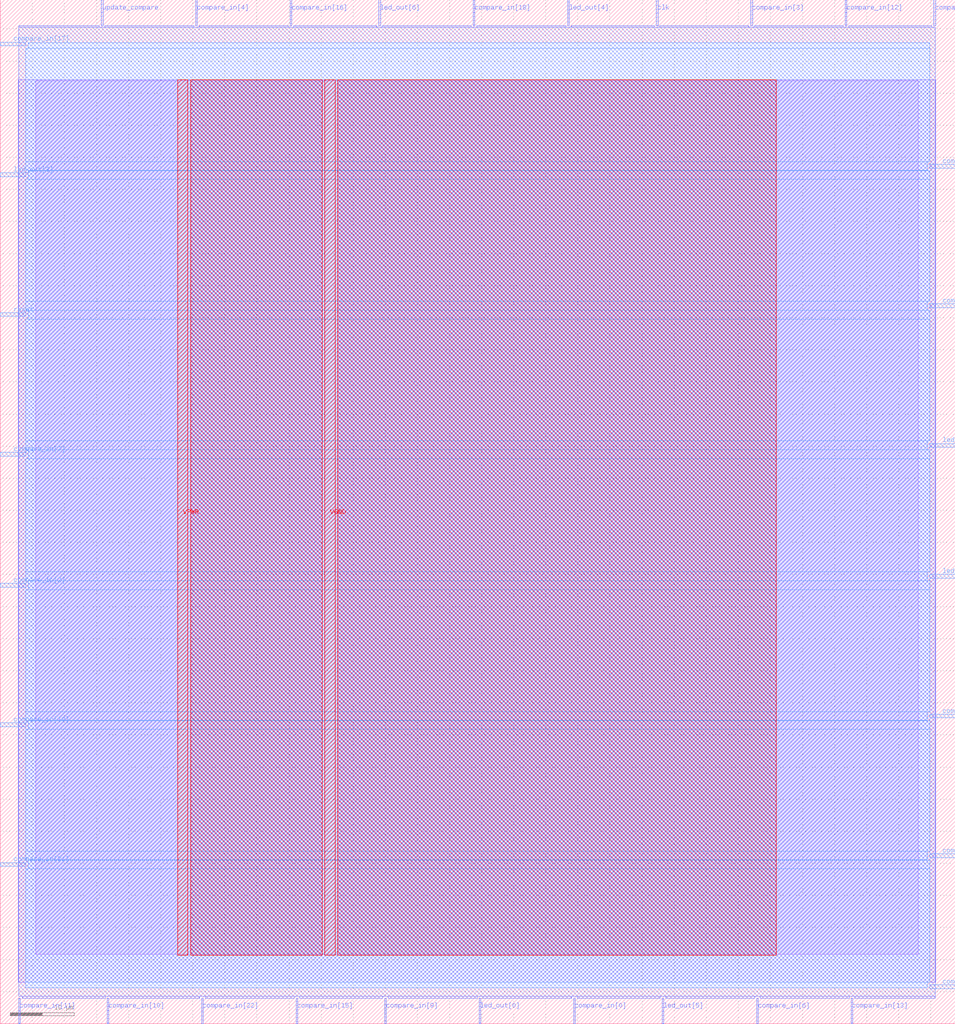
<source format=lef>
VERSION 5.7 ;
  NOWIREEXTENSIONATPIN ON ;
  DIVIDERCHAR "/" ;
  BUSBITCHARS "[]" ;
MACRO seven_segment_seconds
  CLASS BLOCK ;
  FOREIGN seven_segment_seconds ;
  ORIGIN 0.000 0.000 ;
  SIZE 148.800 BY 159.520 ;
  PIN clk
    DIRECTION INPUT ;
    PORT
      LAYER met2 ;
        RECT 102.210 155.520 102.490 159.520 ;
    END
  END clk
  PIN compare_in[0]
    DIRECTION INPUT ;
    PORT
      LAYER met2 ;
        RECT 89.330 0.000 89.610 4.000 ;
    END
  END compare_in[0]
  PIN compare_in[10]
    DIRECTION INPUT ;
    PORT
      LAYER met2 ;
        RECT 16.650 0.000 16.930 4.000 ;
    END
  END compare_in[10]
  PIN compare_in[11]
    DIRECTION INPUT ;
    PORT
      LAYER met2 ;
        RECT 2.850 0.000 3.130 4.000 ;
    END
  END compare_in[11]
  PIN compare_in[12]
    DIRECTION INPUT ;
    PORT
      LAYER met2 ;
        RECT 131.650 155.520 131.930 159.520 ;
    END
  END compare_in[12]
  PIN compare_in[13]
    DIRECTION INPUT ;
    PORT
      LAYER met2 ;
        RECT 132.570 0.000 132.850 4.000 ;
    END
  END compare_in[13]
  PIN compare_in[14]
    DIRECTION INPUT ;
    PORT
      LAYER met3 ;
        RECT 144.800 25.880 148.800 26.480 ;
    END
  END compare_in[14]
  PIN compare_in[15]
    DIRECTION INPUT ;
    PORT
      LAYER met2 ;
        RECT 46.090 0.000 46.370 4.000 ;
    END
  END compare_in[15]
  PIN compare_in[16]
    DIRECTION INPUT ;
    PORT
      LAYER met2 ;
        RECT 45.170 155.520 45.450 159.520 ;
    END
  END compare_in[16]
  PIN compare_in[17]
    DIRECTION INPUT ;
    PORT
      LAYER met3 ;
        RECT 0.000 152.360 4.000 152.960 ;
    END
  END compare_in[17]
  PIN compare_in[18]
    DIRECTION INPUT ;
    PORT
      LAYER met2 ;
        RECT 73.690 155.520 73.970 159.520 ;
    END
  END compare_in[18]
  PIN compare_in[19]
    DIRECTION INPUT ;
    PORT
      LAYER met3 ;
        RECT 0.000 46.280 4.000 46.880 ;
    END
  END compare_in[19]
  PIN compare_in[1]
    DIRECTION INPUT ;
    PORT
      LAYER met3 ;
        RECT 144.800 47.640 148.800 48.240 ;
    END
  END compare_in[1]
  PIN compare_in[20]
    DIRECTION INPUT ;
    PORT
      LAYER met3 ;
        RECT 144.800 5.480 148.800 6.080 ;
    END
  END compare_in[20]
  PIN compare_in[21]
    DIRECTION INPUT ;
    PORT
      LAYER met3 ;
        RECT 0.000 24.520 4.000 25.120 ;
    END
  END compare_in[21]
  PIN compare_in[22]
    DIRECTION INPUT ;
    PORT
      LAYER met2 ;
        RECT 31.370 0.000 31.650 4.000 ;
    END
  END compare_in[22]
  PIN compare_in[23]
    DIRECTION INPUT ;
    PORT
      LAYER met2 ;
        RECT 145.450 155.520 145.730 159.520 ;
    END
  END compare_in[23]
  PIN compare_in[2]
    DIRECTION INPUT ;
    PORT
      LAYER met3 ;
        RECT 0.000 68.040 4.000 68.640 ;
    END
  END compare_in[2]
  PIN compare_in[3]
    DIRECTION INPUT ;
    PORT
      LAYER met2 ;
        RECT 116.930 155.520 117.210 159.520 ;
    END
  END compare_in[3]
  PIN compare_in[4]
    DIRECTION INPUT ;
    PORT
      LAYER met2 ;
        RECT 30.450 155.520 30.730 159.520 ;
    END
  END compare_in[4]
  PIN compare_in[5]
    DIRECTION INPUT ;
    PORT
      LAYER met3 ;
        RECT 144.800 133.320 148.800 133.920 ;
    END
  END compare_in[5]
  PIN compare_in[6]
    DIRECTION INPUT ;
    PORT
      LAYER met2 ;
        RECT 117.850 0.000 118.130 4.000 ;
    END
  END compare_in[6]
  PIN compare_in[7]
    DIRECTION INPUT ;
    PORT
      LAYER met3 ;
        RECT 0.000 88.440 4.000 89.040 ;
    END
  END compare_in[7]
  PIN compare_in[8]
    DIRECTION INPUT ;
    PORT
      LAYER met3 ;
        RECT 144.800 111.560 148.800 112.160 ;
    END
  END compare_in[8]
  PIN compare_in[9]
    DIRECTION INPUT ;
    PORT
      LAYER met2 ;
        RECT 59.890 0.000 60.170 4.000 ;
    END
  END compare_in[9]
  PIN led_out[0]
    DIRECTION OUTPUT TRISTATE ;
    PORT
      LAYER met2 ;
        RECT 74.610 0.000 74.890 4.000 ;
    END
  END led_out[0]
  PIN led_out[1]
    DIRECTION OUTPUT TRISTATE ;
    PORT
      LAYER met3 ;
        RECT 144.800 69.400 148.800 70.000 ;
    END
  END led_out[1]
  PIN led_out[2]
    DIRECTION OUTPUT TRISTATE ;
    PORT
      LAYER met3 ;
        RECT 144.800 89.800 148.800 90.400 ;
    END
  END led_out[2]
  PIN led_out[3]
    DIRECTION OUTPUT TRISTATE ;
    PORT
      LAYER met3 ;
        RECT 0.000 131.960 4.000 132.560 ;
    END
  END led_out[3]
  PIN led_out[4]
    DIRECTION OUTPUT TRISTATE ;
    PORT
      LAYER met2 ;
        RECT 88.410 155.520 88.690 159.520 ;
    END
  END led_out[4]
  PIN led_out[5]
    DIRECTION OUTPUT TRISTATE ;
    PORT
      LAYER met2 ;
        RECT 103.130 0.000 103.410 4.000 ;
    END
  END led_out[5]
  PIN led_out[6]
    DIRECTION OUTPUT TRISTATE ;
    PORT
      LAYER met2 ;
        RECT 58.970 155.520 59.250 159.520 ;
    END
  END led_out[6]
  PIN reset
    DIRECTION INPUT ;
    PORT
      LAYER met3 ;
        RECT 0.000 110.200 4.000 110.800 ;
    END
  END reset
  PIN update_compare
    DIRECTION INPUT ;
    PORT
      LAYER met2 ;
        RECT 15.730 155.520 16.010 159.520 ;
    END
  END update_compare
  PIN VPWR
    DIRECTION INPUT ;
    USE POWER ;
    PORT
      LAYER met4 ;
        RECT 27.645 10.640 29.245 147.120 ;
    END
  END VPWR
  PIN VGND
    DIRECTION INPUT ;
    USE GROUND ;
    PORT
      LAYER met4 ;
        RECT 50.565 10.640 52.165 147.120 ;
    END
  END VGND
  OBS
      LAYER li1 ;
        RECT 5.520 10.795 143.060 146.965 ;
      LAYER met1 ;
        RECT 2.830 6.500 145.750 147.120 ;
      LAYER met2 ;
        RECT 2.860 155.240 15.450 155.520 ;
        RECT 16.290 155.240 30.170 155.520 ;
        RECT 31.010 155.240 44.890 155.520 ;
        RECT 45.730 155.240 58.690 155.520 ;
        RECT 59.530 155.240 73.410 155.520 ;
        RECT 74.250 155.240 88.130 155.520 ;
        RECT 88.970 155.240 101.930 155.520 ;
        RECT 102.770 155.240 116.650 155.520 ;
        RECT 117.490 155.240 131.370 155.520 ;
        RECT 132.210 155.240 145.170 155.520 ;
        RECT 2.860 4.280 145.720 155.240 ;
        RECT 3.410 4.000 16.370 4.280 ;
        RECT 17.210 4.000 31.090 4.280 ;
        RECT 31.930 4.000 45.810 4.280 ;
        RECT 46.650 4.000 59.610 4.280 ;
        RECT 60.450 4.000 74.330 4.280 ;
        RECT 75.170 4.000 89.050 4.280 ;
        RECT 89.890 4.000 102.850 4.280 ;
        RECT 103.690 4.000 117.570 4.280 ;
        RECT 118.410 4.000 132.290 4.280 ;
        RECT 133.130 4.000 145.720 4.280 ;
      LAYER met3 ;
        RECT 4.400 151.960 144.800 152.825 ;
        RECT 4.000 134.320 144.800 151.960 ;
        RECT 4.000 132.960 144.400 134.320 ;
        RECT 4.400 132.920 144.400 132.960 ;
        RECT 4.400 131.560 144.800 132.920 ;
        RECT 4.000 112.560 144.800 131.560 ;
        RECT 4.000 111.200 144.400 112.560 ;
        RECT 4.400 111.160 144.400 111.200 ;
        RECT 4.400 109.800 144.800 111.160 ;
        RECT 4.000 90.800 144.800 109.800 ;
        RECT 4.000 89.440 144.400 90.800 ;
        RECT 4.400 89.400 144.400 89.440 ;
        RECT 4.400 88.040 144.800 89.400 ;
        RECT 4.000 70.400 144.800 88.040 ;
        RECT 4.000 69.040 144.400 70.400 ;
        RECT 4.400 69.000 144.400 69.040 ;
        RECT 4.400 67.640 144.800 69.000 ;
        RECT 4.000 48.640 144.800 67.640 ;
        RECT 4.000 47.280 144.400 48.640 ;
        RECT 4.400 47.240 144.400 47.280 ;
        RECT 4.400 45.880 144.800 47.240 ;
        RECT 4.000 26.880 144.800 45.880 ;
        RECT 4.000 25.520 144.400 26.880 ;
        RECT 4.400 25.480 144.400 25.520 ;
        RECT 4.400 24.120 144.800 25.480 ;
        RECT 4.000 6.480 144.800 24.120 ;
        RECT 4.000 5.615 144.400 6.480 ;
      LAYER met4 ;
        RECT 29.645 10.640 50.165 147.120 ;
        RECT 52.565 10.640 120.935 147.120 ;
  END
END seven_segment_seconds
END LIBRARY


</source>
